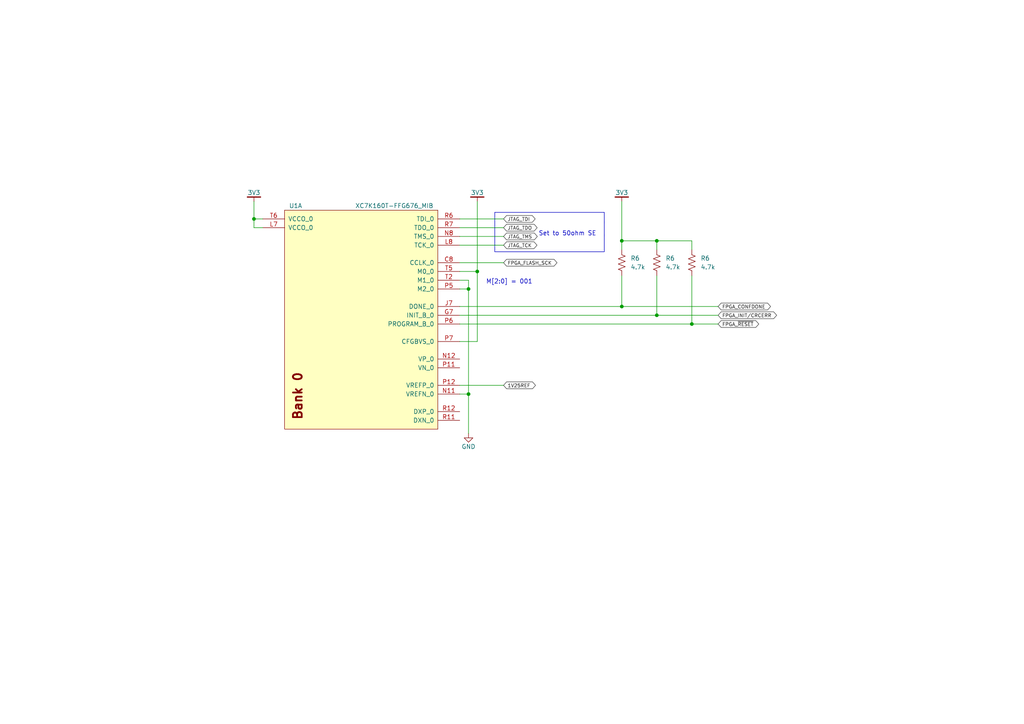
<source format=kicad_sch>
(kicad_sch (version 20230121) (generator eeschema)
  (paper "A4")
  (title_block (title "FPGA Bank 0 (Configuration) I/O") (date "2023-12-26") (rev "A") (company "Jordan Harris-Toovy") (comment 1 "Mainboard for Capstone Project at Oregon Tech"))
  (junction (at 180.34 69.85))
  (junction (at 73.66 63.5))
  (junction (at 180.34 88.9))
  (junction (at 138.43 78.74))
  (junction (at 135.89 114.3))
  (junction (at 190.5 69.85))
  (junction (at 200.66 93.98))
  (junction (at 190.5 91.44))
  (junction (at 135.89 83.82))
  (wire (pts (xy 200.66 93.98) (xy 208.28 93.98)))
  (wire (pts (xy 135.89 83.82) (xy 135.89 114.3)))
  (wire (pts (xy 180.34 69.85) (xy 180.34 58.42)))
  (wire (pts (xy 135.89 114.3) (xy 135.89 125.73)))
  (polyline (pts (xy 149.86 73.025) (xy 175.26 73.025)))
  (wire (pts (xy 190.5 69.85) (xy 190.5 72.39)))
  (wire (pts (xy 133.35 71.12) (xy 146.05 71.12)))
  (wire (pts (xy 133.35 93.98) (xy 200.66 93.98)))
  (wire (pts (xy 133.35 111.76) (xy 146.05 111.76)))
  (wire (pts (xy 133.35 91.44) (xy 190.5 91.44)))
  (wire (pts (xy 133.35 68.58) (xy 146.05 68.58)))
  (polyline (pts (xy 175.26 64.77) (xy 175.26 63.5)))
  (wire (pts (xy 73.66 63.5) (xy 73.66 66.04)))
  (wire (pts (xy 138.43 78.74) (xy 133.35 78.74)))
  (wire (pts (xy 133.35 76.2) (xy 146.05 76.2)))
  (wire (pts (xy 200.66 93.98) (xy 200.66 80.01)))
  (wire (pts (xy 200.66 72.39) (xy 200.66 69.85)))
  (wire (pts (xy 190.5 80.01) (xy 190.5 91.44)))
  (polyline (pts (xy 175.26 61.595) (xy 175.26 63.5)))
  (wire (pts (xy 180.34 80.01) (xy 180.34 88.9)))
  (wire (pts (xy 133.35 88.9) (xy 180.34 88.9)))
  (polyline (pts (xy 175.26 69.215) (xy 175.26 73.025)))
  (wire (pts (xy 133.35 66.04) (xy 146.05 66.04)))
  (wire (pts (xy 138.43 58.42) (xy 138.43 78.74)))
  (wire (pts (xy 135.89 81.28) (xy 135.89 83.82)))
  (wire (pts (xy 190.5 91.44) (xy 208.28 91.44)))
  (wire (pts (xy 133.35 81.28) (xy 135.89 81.28)))
  (polyline (pts (xy 175.26 68.58) (xy 175.26 64.135)))
  (wire (pts (xy 73.66 66.04) (xy 76.2 66.04)))
  (wire (pts (xy 73.66 58.42) (xy 73.66 63.5)))
  (polyline (pts (xy 143.51 73.025) (xy 149.86 73.025)))
  (wire (pts (xy 133.35 99.06) (xy 138.43 99.06)))
  (wire (pts (xy 73.66 63.5) (xy 76.2 63.5)))
  (polyline (pts (xy 143.51 61.595) (xy 143.51 73.025)))
  (polyline (pts (xy 143.51 61.595) (xy 175.26 61.595)))
  (polyline (pts (xy 175.26 69.215) (xy 175.26 67.945)))
  (wire (pts (xy 180.34 88.9) (xy 208.28 88.9)))
  (wire (pts (xy 138.43 99.06) (xy 138.43 78.74)))
  (wire (pts (xy 180.34 69.85) (xy 180.34 72.39)))
  (wire (pts (xy 190.5 69.85) (xy 200.66 69.85)))
  (wire (pts (xy 133.35 114.3) (xy 135.89 114.3)))
  (wire (pts (xy 133.35 63.5) (xy 146.05 63.5)))
  (wire (pts (xy 180.34 69.85) (xy 190.5 69.85)))
  (wire (pts (xy 133.35 83.82) (xy 135.89 83.82)))
  (text "Set to 50ohm SE" (at 156.21 68.58 0) (effects (font (size 1.27 1.27)) (justify left bottom)))
  (text "M[2:0] = 001" (at 140.97 82.55 0) (effects (font (size 1.27 1.27)) (justify left bottom)))
  (global_label "FPGA_INIT{slash}CRCERR" (shape bidirectional) (at 208.28 91.44 0) (effects (font (size 1 1))) (property "Intersheetrefs" "${INTERSHEET_REFS}" (effects hide)))
  (global_label "JTAG_TMS" (shape bidirectional) (at 146.05 68.58 0) (effects (font (size 1 1))) (property "Intersheetrefs" "${INTERSHEET_REFS}" (effects hide)))
  (global_label "FPGA_~{RESET}" (shape bidirectional) (at 208.28 93.98 0) (effects (font (size 1 1))) (property "Intersheetrefs" "${INTERSHEET_REFS}" (effects hide)))
  (global_label "JTAG_TCK" (shape bidirectional) (at 146.05 71.12 0) (effects (font (size 1 1))) (property "Intersheetrefs" "${INTERSHEET_REFS}" (effects hide)))
  (global_label "FPGA_FLASH_SCK" (shape bidirectional) (at 146.05 76.2 0) (effects (font (size 1 1))) (property "Intersheetrefs" "${INTERSHEET_REFS}" (effects hide)))
  (global_label "JTAG_TDO" (shape bidirectional) (at 146.05 66.04 0) (effects (font (size 1 1))) (property "Intersheetrefs" "${INTERSHEET_REFS}" (effects hide)))
  (global_label "FPGA_CONFDONE" (shape bidirectional) (at 208.28 88.9 0) (effects (font (size 1 1))) (property "Intersheetrefs" "${INTERSHEET_REFS}" (effects hide)))
  (global_label "JTAG_TDI" (shape bidirectional) (at 146.05 63.5 0) (effects (font (size 1 1))) (property "Intersheetrefs" "${INTERSHEET_REFS}" (effects hide)))
  (global_label "1V25REF" (shape bidirectional) (at 146.05 111.76 0) (effects (font (size 1 1))) (property "Intersheetrefs" "${INTERSHEET_REFS}" (effects hide)))
  (symbol (lib_id "Capstone_Library:3V3") (at 138.43 57.15 0) (unit 1) (in_bom no) (on_board no)
    (property "Reference" "#PWR076" (effects hide))
    (property "Value" "3V3" (at 138.43 55.88 0))
  )
  (symbol (lib_id "power:GND") (at 135.89 125.73 0) (unit 1)
    (property "Reference" "#PWR022" (effects hide))
    (property "Value" "GND" (at 135.89 129.54 0))
  )
  (symbol (lib_id "Capstone_Library:3V3") (at 180.34 57.15 0) (unit 1) (in_bom no) (on_board no)
    (property "Reference" "#PWR079" (effects hide))
    (property "Value" "3V3" (at 180.34 55.88 0))
  )
  (symbol (lib_id "Capstone_Library:3V3") (at 73.66 57.15 0) (unit 1) (in_bom no) (on_board no)
    (property "Reference" "#PWR03" (effects hide))
    (property "Value" "3V3" (at 73.66 55.88 0))
  )
  (symbol (lib_id "Capstone_Library:XC7K160T-FFG676_MIB") (at 104.14 60.96 0) (unit 1)
    (property "Reference" "U1" (at 83.82 59.69 0) (effects (justify left)))
    (property "Value" "XC7K160T-FFG676_MIB" (at 125.73 59.69 0) (effects (justify right)))
    (property "Footprint" "Capstone_Library:Xilinx_FFG676_K7_160T" (effects hide))
    (property "Datasheet" "https://docs.xilinx.com/v/u/en-US/ds182_Kintex_7_Data_Sheet" (effects hide))
    (property "Part Number" "XC7K160T-2FFG676I" (effects hide))
  )
  (symbol (lib_id "Device:R_US") (at 200.66 76.2 0) (unit 1)
    (property "Reference" "R6" (at 203.2 74.93 0) (effects (justify left)))
    (property "Value" "4.7k" (at 203.2 77.47 0) (effects (justify left)))
    (property "Footprint" "Resistor_SMD:R_0402_1005Metric" (effects hide))
    (property "Datasheet" "https://www.mouser.com/datasheet/2/447/YAGEO_PYu_RC_Group_51_RoHS_L_12-3313492.pdf" (effects hide))
    (property "Part Number" "RC0402FR-074K7L" (effects hide))
    (instances (project "Capstone_Project_Mainboard" (path "" (reference "R6") (unit 1)) (path "" (reference "R11") (unit 1))))
  )
  (symbol (lib_id "Device:R_US") (at 190.5 76.2 0) (unit 1)
    (property "Reference" "R6" (at 193.04 74.93 0) (effects (justify left)))
    (property "Value" "4.7k" (at 193.04 77.47 0) (effects (justify left)))
    (property "Footprint" "Resistor_SMD:R_0402_1005Metric" (effects hide))
    (property "Datasheet" "https://www.mouser.com/datasheet/2/447/YAGEO_PYu_RC_Group_51_RoHS_L_12-3313492.pdf" (effects hide))
    (property "Part Number" "RC0402FR-074K7L" (effects hide))
    (instances (project "Capstone_Project_Mainboard" (path "" (reference "R6") (unit 1)) (path "" (reference "R8") (unit 1))))
  )
  (symbol (lib_id "Device:R_US") (at 180.34 76.2 0) (unit 1)
    (property "Reference" "R6" (at 182.88 74.93 0) (effects (justify left)))
    (property "Value" "4.7k" (at 182.88 77.47 0) (effects (justify left)))
    (property "Footprint" "Resistor_SMD:R_0402_1005Metric" (effects hide))
    (property "Datasheet" "https://www.mouser.com/datasheet/2/447/YAGEO_PYu_RC_Group_51_RoHS_L_12-3313492.pdf" (effects hide))
    (property "Part Number" "RC0402FR-074K7L" (effects hide))
    (instances (project "Capstone_Project_Mainboard" (path "" (reference "R6") (unit 1)) (path "" (reference "R10") (unit 1))))
  )
)
</source>
